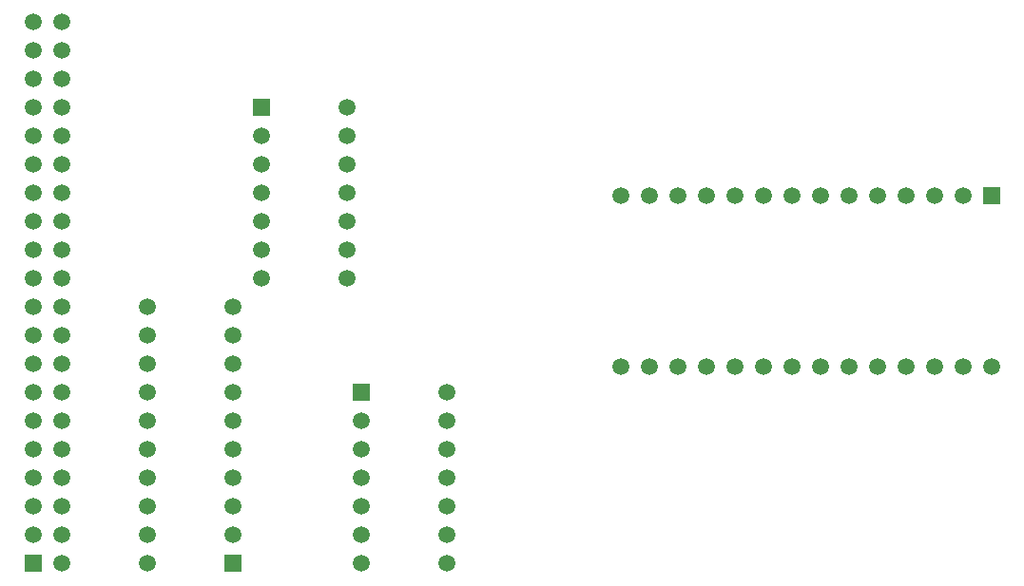
<source format=gtl>
G04*
G04 #@! TF.GenerationSoftware,Altium Limited,Altium Designer,21.9.1 (22)*
G04*
G04 Layer_Physical_Order=1*
G04 Layer_Color=255*
%FSLAX25Y25*%
%MOIN*%
G70*
G04*
G04 #@! TF.SameCoordinates,3B0F3E88-4553-4837-8599-20987A4D8A80*
G04*
G04*
G04 #@! TF.FilePolarity,Positive*
G04*
G01*
G75*
%ADD18R,0.05906X0.05906*%
%ADD19C,0.05906*%
%ADD20C,0.05906*%
%ADD21R,0.05906X0.05906*%
%ADD22R,0.05906X0.05906*%
D18*
X446000Y249000D02*
D03*
D19*
X436000D02*
D03*
X426000D02*
D03*
X416000D02*
D03*
X406000D02*
D03*
X396000D02*
D03*
X386000D02*
D03*
X376000D02*
D03*
X366000D02*
D03*
X356000D02*
D03*
X346000D02*
D03*
X336000D02*
D03*
X326000D02*
D03*
X316000D02*
D03*
X446000Y189000D02*
D03*
X436000D02*
D03*
X426000D02*
D03*
X416000D02*
D03*
X406000D02*
D03*
X396000D02*
D03*
X386000D02*
D03*
X376000D02*
D03*
X366000D02*
D03*
X356000D02*
D03*
X346000D02*
D03*
X336000D02*
D03*
X326000D02*
D03*
X316000D02*
D03*
X150000Y210000D02*
D03*
Y200000D02*
D03*
Y190000D02*
D03*
Y180000D02*
D03*
Y170000D02*
D03*
Y160000D02*
D03*
Y150000D02*
D03*
Y140000D02*
D03*
Y120000D02*
D03*
X180000Y210000D02*
D03*
Y200000D02*
D03*
Y190000D02*
D03*
Y180000D02*
D03*
Y170000D02*
D03*
Y160000D02*
D03*
Y150000D02*
D03*
Y140000D02*
D03*
Y130000D02*
D03*
X225000Y170000D02*
D03*
Y160000D02*
D03*
Y150000D02*
D03*
Y140000D02*
D03*
Y130000D02*
D03*
Y120000D02*
D03*
X255000Y180000D02*
D03*
Y170000D02*
D03*
Y160000D02*
D03*
Y150000D02*
D03*
Y140000D02*
D03*
Y130000D02*
D03*
Y120000D02*
D03*
X190000Y270000D02*
D03*
Y260000D02*
D03*
Y250000D02*
D03*
Y240000D02*
D03*
Y230000D02*
D03*
Y220000D02*
D03*
X220000Y280000D02*
D03*
Y270000D02*
D03*
Y260000D02*
D03*
Y250000D02*
D03*
Y240000D02*
D03*
Y230000D02*
D03*
Y220000D02*
D03*
D20*
X120000Y310000D02*
D03*
X110000D02*
D03*
X120000Y300000D02*
D03*
X110000D02*
D03*
X120000Y290000D02*
D03*
X110000D02*
D03*
X120000Y280000D02*
D03*
X110000D02*
D03*
X120000Y270000D02*
D03*
X110000D02*
D03*
X120000Y260000D02*
D03*
X110000D02*
D03*
X120000Y250000D02*
D03*
X110000D02*
D03*
X120000Y240000D02*
D03*
X110000D02*
D03*
X120000Y230000D02*
D03*
X110000D02*
D03*
X120000Y220000D02*
D03*
X110000D02*
D03*
X120000Y210000D02*
D03*
X110000D02*
D03*
X120000Y200000D02*
D03*
X110000D02*
D03*
X120000Y190000D02*
D03*
X110000D02*
D03*
X120000Y180000D02*
D03*
X110000D02*
D03*
X120000Y170000D02*
D03*
X110000D02*
D03*
X120000Y160000D02*
D03*
X110000D02*
D03*
X120000Y150000D02*
D03*
X110000D02*
D03*
X120000Y140000D02*
D03*
X110000D02*
D03*
X120000Y130000D02*
D03*
X110000D02*
D03*
X120000Y120000D02*
D03*
X150000Y130000D02*
D03*
D21*
X110000Y120000D02*
D03*
D22*
X180000D02*
D03*
X225000Y180000D02*
D03*
X190000Y280000D02*
D03*
M02*

</source>
